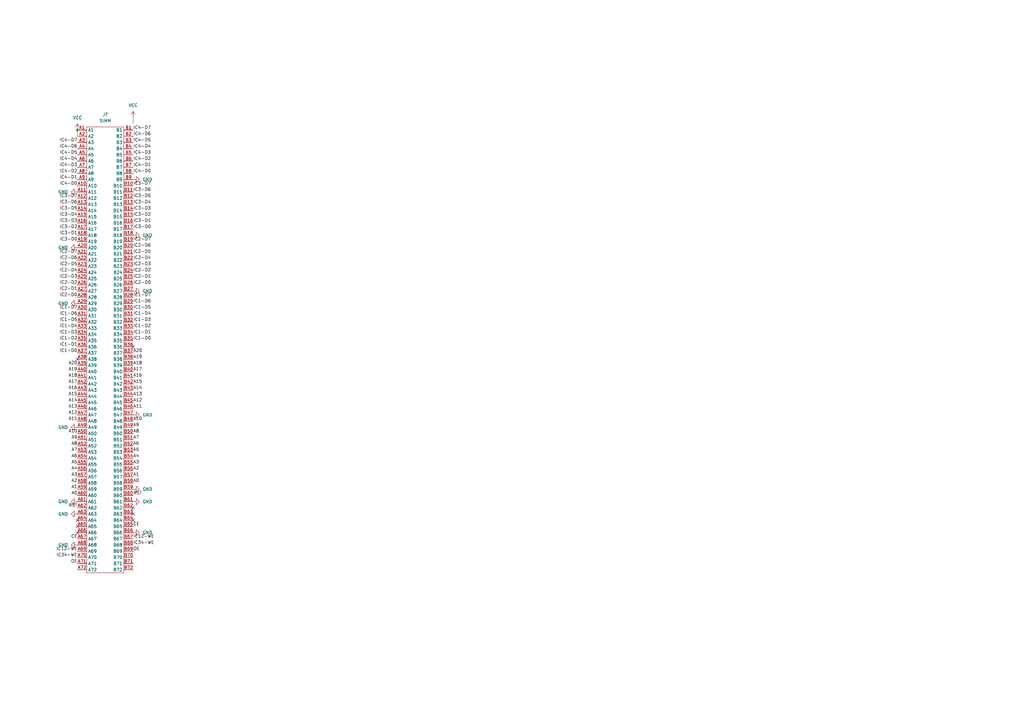
<source format=kicad_sch>
(kicad_sch (version 20211123) (generator eeschema)
  (paper "A3")
  (lib_symbols
    (symbol "CPS3:SIMM"
      (property "Reference" "J" (at 0 93.98 0))
      (property "Value" "SIMM" (at 0 91.44 0))
      (symbol "SIMM_0_1"
        (rectangle (start -7.62 88.9) (end 7.62 -93.98))
      )
      (symbol "SIMM_1_1"
        (pin input line (at -11.43 87.63 0) (length 3.81) (name "A1") (number "A1"))
        (pin input line (at -11.43 64.77 0) (length 3.81) (name "A10") (number "A10"))
        (pin input line (at -11.43 62.23 0) (length 3.81) (name "A11") (number "A11"))
        (pin input line (at -11.43 59.69 0) (length 3.81) (name "A12") (number "A12"))
        (pin input line (at -11.43 57.15 0) (length 3.81) (name "A13") (number "A13"))
        (pin input line (at -11.43 54.61 0) (length 3.81) (name "A14") (number "A14"))
        (pin input line (at -11.43 52.07 0) (length 3.81) (name "A15") (number "A15"))
        (pin input line (at -11.43 49.53 0) (length 3.81) (name "A16") (number "A16"))
        (pin input line (at -11.43 46.99 0) (length 3.81) (name "A17") (number "A17"))
        (pin input line (at -11.43 44.45 0) (length 3.81) (name "A18") (number "A18"))
        (pin input line (at -11.43 41.91 0) (length 3.81) (name "A19") (number "A19"))
        (pin input line (at -11.43 85.09 0) (length 3.81) (name "A2") (number "A2"))
        (pin input line (at -11.43 39.37 0) (length 3.81) (name "A20") (number "A20"))
        (pin input line (at -11.43 36.83 0) (length 3.81) (name "A21") (number "A21"))
        (pin input line (at -11.43 34.29 0) (length 3.81) (name "A22") (number "A22"))
        (pin input line (at -11.43 31.75 0) (length 3.81) (name "A23") (number "A23"))
        (pin input line (at -11.43 29.21 0) (length 3.81) (name "A24") (number "A24"))
        (pin input line (at -11.43 26.67 0) (length 3.81) (name "A25") (number "A25"))
        (pin input line (at -11.43 24.13 0) (length 3.81) (name "A26") (number "A26"))
        (pin input line (at -11.43 21.59 0) (length 3.81) (name "A27") (number "A27"))
        (pin input line (at -11.43 19.05 0) (length 3.81) (name "A28") (number "A28"))
        (pin input line (at -11.43 16.51 0) (length 3.81) (name "A29") (number "A29"))
        (pin input line (at -11.43 82.55 0) (length 3.81) (name "A3") (number "A3"))
        (pin input line (at -11.43 13.97 0) (length 3.81) (name "A30") (number "A30"))
        (pin input line (at -11.43 11.43 0) (length 3.81) (name "A31") (number "A31"))
        (pin input line (at -11.43 8.89 0) (length 3.81) (name "A32") (number "A32"))
        (pin input line (at -11.43 6.35 0) (length 3.81) (name "A33") (number "A33"))
        (pin input line (at -11.43 3.81 0) (length 3.81) (name "A34") (number "A34"))
        (pin input line (at -11.43 1.27 0) (length 3.81) (name "A35") (number "A35"))
        (pin input line (at -11.43 -1.27 0) (length 3.81) (name "A36") (number "A36"))
        (pin input line (at -11.43 -3.81 0) (length 3.81) (name "A37") (number "A37"))
        (pin input line (at -11.43 -6.35 0) (length 3.81) (name "A38") (number "A38"))
        (pin input line (at -11.43 -8.89 0) (length 3.81) (name "A39") (number "A39"))
        (pin input line (at -11.43 80.01 0) (length 3.81) (name "A4") (number "A4"))
        (pin input line (at -11.43 -11.43 0) (length 3.81) (name "A40") (number "A40"))
        (pin input line (at -11.43 -13.97 0) (length 3.81) (name "A41") (number "A41"))
        (pin input line (at -11.43 -16.51 0) (length 3.81) (name "A42") (number "A42"))
        (pin input line (at -11.43 -19.05 0) (length 3.81) (name "A43") (number "A43"))
        (pin input line (at -11.43 -21.59 0) (length 3.81) (name "A44") (number "A44"))
        (pin input line (at -11.43 -24.13 0) (length 3.81) (name "A45") (number "A45"))
        (pin input line (at -11.43 -26.67 0) (length 3.81) (name "A46") (number "A46"))
        (pin input line (at -11.43 -29.21 0) (length 3.81) (name "A47") (number "A47"))
        (pin input line (at -11.43 -31.75 0) (length 3.81) (name "A48") (number "A48"))
        (pin input line (at -11.43 -34.29 0) (length 3.81) (name "A49") (number "A49"))
        (pin input line (at -11.43 77.47 0) (length 3.81) (name "A5") (number "A5"))
        (pin input line (at -11.43 -36.83 0) (length 3.81) (name "A50") (number "A50"))
        (pin input line (at -11.43 -39.37 0) (length 3.81) (name "A51") (number "A51"))
        (pin input line (at -11.43 -41.91 0) (length 3.81) (name "A52") (number "A52"))
        (pin input line (at -11.43 -44.45 0) (length 3.81) (name "A53") (number "A53"))
        (pin input line (at -11.43 -46.99 0) (length 3.81) (name "A54") (number "A54"))
        (pin input line (at -11.43 -49.53 0) (length 3.81) (name "A55") (number "A55"))
        (pin input line (at -11.43 -52.07 0) (length 3.81) (name "A56") (number "A56"))
        (pin input line (at -11.43 -54.61 0) (length 3.81) (name "A57") (number "A57"))
        (pin input line (at -11.43 -57.15 0) (length 3.81) (name "A58") (number "A58"))
        (pin input line (at -11.43 -59.69 0) (length 3.81) (name "A59") (number "A59"))
        (pin input line (at -11.43 74.93 0) (length 3.81) (name "A6") (number "A6"))
        (pin input line (at -11.43 -62.23 0) (length 3.81) (name "A60") (number "A60"))
        (pin input line (at -11.43 -64.77 0) (length 3.81) (name "A61") (number "A61"))
        (pin input line (at -11.43 -67.31 0) (length 3.81) (name "A62") (number "A62"))
        (pin input line (at -11.43 -69.85 0) (length 3.81) (name "A63") (number "A63"))
        (pin input line (at -11.43 -72.39 0) (length 3.81) (name "A64") (number "A64"))
        (pin input line (at -11.43 -74.93 0) (length 3.81) (name "A65") (number "A65"))
        (pin input line (at -11.43 -77.47 0) (length 3.81) (name "A66") (number "A66"))
        (pin input line (at -11.43 -80.01 0) (length 3.81) (name "A67") (number "A67"))
        (pin input line (at -11.43 -82.55 0) (length 3.81) (name "A68") (number "A68"))
        (pin input line (at -11.43 -85.09 0) (length 3.81) (name "A69") (number "A69"))
        (pin input line (at -11.43 72.39 0) (length 3.81) (name "A7") (number "A7"))
        (pin input line (at -11.43 -87.63 0) (length 3.81) (name "A70") (number "A70"))
        (pin input line (at -11.43 -90.17 0) (length 3.81) (name "A71") (number "A71"))
        (pin input line (at -11.43 -92.71 0) (length 3.81) (name "A72") (number "A72"))
        (pin input line (at -11.43 69.85 0) (length 3.81) (name "A8") (number "A8"))
        (pin input line (at -11.43 67.31 0) (length 3.81) (name "A9") (number "A9"))
        (pin input line (at 11.43 87.63 180) (length 3.81) (name "B1") (number "B1"))
        (pin input line (at 11.43 64.77 180) (length 3.81) (name "B10") (number "B10"))
        (pin input line (at 11.43 62.23 180) (length 3.81) (name "B11") (number "B11"))
        (pin input line (at 11.43 59.69 180) (length 3.81) (name "B12") (number "B12"))
        (pin input line (at 11.43 57.15 180) (length 3.81) (name "B13") (number "B13"))
        (pin input line (at 11.43 54.61 180) (length 3.81) (name "B14") (number "B14"))
        (pin input line (at 11.43 52.07 180) (length 3.81) (name "B15") (number "B15"))
        (pin input line (at 11.43 49.53 180) (length 3.81) (name "B16") (number "B16"))
        (pin input line (at 11.43 46.99 180) (length 3.81) (name "B17") (number "B17"))
        (pin input line (at 11.43 44.45 180) (length 3.81) (name "B18") (number "B18"))
        (pin input line (at 11.43 41.91 180) (length 3.81) (name "B19") (number "B19"))
        (pin input line (at 11.43 85.09 180) (length 3.81) (name "B2") (number "B2"))
        (pin input line (at 11.43 39.37 180) (length 3.81) (name "B20") (number "B20"))
        (pin input line (at 11.43 36.83 180) (length 3.81) (name "B21") (number "B21"))
        (pin input line (at 11.43 34.29 180) (length 3.81) (name "B22") (number "B22"))
        (pin input line (at 11.43 31.75 180) (length 3.81) (name "B23") (number "B23"))
        (pin input line (at 11.43 29.21 180) (length 3.81) (name "B24") (number "B24"))
        (pin input line (at 11.43 26.67 180) (length 3.81) (name "B25") (number "B25"))
        (pin input line (at 11.43 24.13 180) (length 3.81) (name "B26") (number "B26"))
        (pin input line (at 11.43 21.59 180) (length 3.81) (name "B27") (number "B27"))
        (pin input line (at 11.43 19.05 180) (length 3.81) (name "B28") (number "B28"))
        (pin input line (at 11.43 16.51 180) (length 3.81) (name "B29") (number "B29"))
        (pin input line (at 11.43 82.55 180) (length 3.81) (name "B3") (number "B3"))
        (pin input line (at 11.43 13.97 180) (length 3.81) (name "B30") (number "B30"))
        (pin input line (at 11.43 11.43 180) (length 3.81) (name "B31") (number "B31"))
        (pin input line (at 11.43 8.89 180) (length 3.81) (name "B32") (number "B32"))
        (pin input line (at 11.43 6.35 180) (length 3.81) (name "B33") (number "B33"))
        (pin input line (at 11.43 3.81 180) (length 3.81) (name "B34") (number "B34"))
        (pin input line (at 11.43 1.27 180) (length 3.81) (name "B35") (number "B35"))
        (pin input line (at 11.43 -1.27 180) (length 3.81) (name "B36") (number "B36"))
        (pin input line (at 11.43 -3.81 180) (length 3.81) (name "B37") (number "B37"))
        (pin input line (at 11.43 -6.35 180) (length 3.81) (name "B38") (number "B38"))
        (pin input line (at 11.43 -8.89 180) (length 3.81) (name "B39") (number "B39"))
        (pin input line (at 11.43 80.01 180) (length 3.81) (name "B4") (number "B4"))
        (pin input line (at 11.43 -11.43 180) (length 3.81) (name "B40") (number "B40"))
        (pin input line (at 11.43 -13.97 180) (length 3.81) (name "B41") (number "B41"))
        (pin input line (at 11.43 -16.51 180) (length 3.81) (name "B42") (number "B42"))
        (pin input line (at 11.43 -19.05 180) (length 3.81) (name "B43") (number "B43"))
        (pin input line (at 11.43 -21.59 180) (length 3.81) (name "B44") (number "B44"))
        (pin input line (at 11.43 -24.13 180) (length 3.81) (name "B45") (number "B45"))
        (pin input line (at 11.43 -26.67 180) (length 3.81) (name "B46") (number "B46"))
        (pin input line (at 11.43 -29.21 180) (length 3.81) (name "B47") (number "B47"))
        (pin input line (at 11.43 -31.75 180) (length 3.81) (name "B48") (number "B48"))
        (pin input line (at 11.43 -34.29 180) (length 3.81) (name "B49") (number "B49"))
        (pin input line (at 11.43 77.47 180) (length 3.81) (name "B5") (number "B5"))
        (pin input line (at 11.43 -36.83 180) (length 3.81) (name "B50") (number "B50"))
        (pin input line (at 11.43 -39.37 180) (length 3.81) (name "B51") (number "B51"))
        (pin input line (at 11.43 -41.91 180) (length 3.81) (name "B52") (number "B52"))
        (pin input line (at 11.43 -44.45 180) (length 3.81) (name "B53") (number "B53"))
        (pin input line (at 11.43 -46.99 180) (length 3.81) (name "B54") (number "B54"))
        (pin input line (at 11.43 -49.53 180) (length 3.81) (name "B55") (number "B55"))
        (pin input line (at 11.43 -52.07 180) (length 3.81) (name "B56") (number "B56"))
        (pin input line (at 11.43 -54.61 180) (length 3.81) (name "B57") (number "B57"))
        (pin input line (at 11.43 -57.15 180) (length 3.81) (name "B58") (number "B58"))
        (pin input line (at 11.43 -59.69 180) (length 3.81) (name "B59") (number "B59"))
        (pin input line (at 11.43 74.93 180) (length 3.81) (name "B6") (number "B6"))
        (pin input line (at 11.43 -62.23 180) (length 3.81) (name "B60") (number "B60"))
        (pin input line (at 11.43 -64.77 180) (length 3.81) (name "B61") (number "B61"))
        (pin input line (at 11.43 -67.31 180) (length 3.81) (name "B62") (number "B62"))
        (pin input line (at 11.43 -69.85 180) (length 3.81) (name "B63") (number "B63"))
        (pin input line (at 11.43 -72.39 180) (length 3.81) (name "B64") (number "B64"))
        (pin input line (at 11.43 -74.93 180) (length 3.81) (name "B65") (number "B65"))
        (pin input line (at 11.43 -77.47 180) (length 3.81) (name "B66") (number "B66"))
        (pin input line (at 11.43 -80.01 180) (length 3.81) (name "B67") (number "B67"))
        (pin input line (at 11.43 -82.55 180) (length 3.81) (name "B68") (number "B68"))
        (pin input line (at 11.43 -85.09 180) (length 3.81) (name "B69") (number "B69"))
        (pin input line (at 11.43 72.39 180) (length 3.81) (name "B7") (number "B7"))
        (pin input line (at 11.43 -87.63 180) (length 3.81) (name "B70") (number "B70"))
        (pin input line (at 11.43 -90.17 180) (length 3.81) (name "B71") (number "B71"))
        (pin input line (at 11.43 -92.71 180) (length 3.81) (name "B72") (number "B72"))
        (pin input line (at 11.43 69.85 180) (length 3.81) (name "B8") (number "B8"))
        (pin input line (at 11.43 67.31 180) (length 3.81) (name "B9") (number "B9"))
      )
    )
    (symbol "power:GND" (power) (pin_names (offset 0))
      (property "Value" "GND" (at 0 -3.81 0))
      (symbol "GND_0_1"
        (polyline (pts (xy 0 0) (xy 0 -1.27) (xy 1.27 -1.27) (xy 0 -2.54) (xy -1.27 -1.27) (xy 0 -1.27)))
      )
      (symbol "GND_1_1"
        (pin power_in line (at 0 0 270) (length 0) hide (name "GND") (number "1"))
      )
    )
    (symbol "power:VCC" (power) (pin_names (offset 0))
      (property "Value" "VCC" (at 0 3.81 0))
      (symbol "VCC_0_1"
        (polyline (pts (xy -0.762 1.27) (xy 0 2.54)))
        (polyline (pts (xy 0 0) (xy 0 2.54)))
        (polyline (pts (xy 0 2.54) (xy 0.762 1.27)))
      )
      (symbol "VCC_1_1"
        (pin power_in line (at 0 0 90) (length 0) hide (name "VCC") (number "1"))
      )
    )
  )
  (junction (at 31.75 53.34))
  (no_connect (at 54.61 208.28))
  (no_connect (at 31.75 147.32))
  (no_connect (at 54.61 213.36))
  (no_connect (at 31.75 213.36))
  (no_connect (at 31.75 215.9))
  (no_connect (at 31.75 218.44))
  (no_connect (at 54.61 210.82))
  (no_connect (at 54.61 142.24))
  (wire (pts (xy 54.61 48.26) (xy 54.61 50.8)))
  (wire (pts (xy 31.75 53.34) (xy 31.75 55.88)))
  (label "IC1-D2" (at 54.61 134.62 0))
  (label "IC4-D4" (at 31.75 66.04 180))
  (label "IC4-D2" (at 31.75 71.12 180))
  (label "A14" (at 54.61 160.02 0))
  (label "A3" (at 31.75 195.58 180))
  (label "A20" (at 31.75 149.86 180))
  (label "IC2-D0" (at 31.75 121.92 180))
  (label "IC1-D0" (at 31.75 144.78 180))
  (label "IC4-D0" (at 54.61 71.12 0))
  (label "IC4-D6" (at 54.61 55.88 0))
  (label "A8" (at 54.61 177.8 0))
  (label "A18" (at 54.61 149.86 0))
  (label "IC4-D5" (at 31.75 63.5 180))
  (label "IC2-D4" (at 54.61 106.68 0))
  (label "A9" (at 31.75 180.34 180))
  (label "IC1-D4" (at 31.75 134.62 180))
  (label "IC2-D4" (at 31.75 111.76 180))
  (label "A19" (at 31.75 152.4 180))
  (label "IC2-D7" (at 54.61 99.06 0))
  (label "A7" (at 31.75 185.42 180))
  (label "IC1-D6" (at 31.75 129.54 180))
  (label "IC3-D7" (at 31.75 81.28 180))
  (label "A0" (at 31.75 203.2 180))
  (label "IC2-D5" (at 31.75 109.22 180))
  (label "IC3-D6" (at 54.61 78.74 0))
  (label "CE" (at 31.75 220.98 180))
  (label "IC2-D2" (at 54.61 111.76 0))
  (label "OE" (at 31.75 231.14 180))
  (label "IC2-D5" (at 54.61 104.14 0))
  (label "IC3-D6" (at 31.75 83.82 180))
  (label "IC1-D0" (at 54.61 139.7 0))
  (label "A7" (at 54.61 180.34 0))
  (label "A16" (at 31.75 160.02 180))
  (label "IC4-D4" (at 54.61 60.96 0))
  (label "A15" (at 31.75 162.56 180))
  (label "A10" (at 31.75 177.8 180))
  (label "A16" (at 54.61 154.94 0))
  (label "A11" (at 54.61 167.64 0))
  (label "A19" (at 54.61 147.32 0))
  (label "IC3-D7" (at 54.61 76.2 0))
  (label "IC4-D1" (at 31.75 73.66 180))
  (label "IC2-D0" (at 54.61 116.84 0))
  (label "IC2-D3" (at 54.61 109.22 0))
  (label "IC2-D1" (at 31.75 119.38 180))
  (label "IC34-WE" (at 54.61 223.52 0))
  (label "IC1-D7" (at 31.75 127 180))
  (label "IC12-WE" (at 54.61 220.98 0))
  (label "IC1-D5" (at 31.75 132.08 180))
  (label "A17" (at 54.61 152.4 0))
  (label "IC1-D2" (at 31.75 139.7 180))
  (label "IC1-D1" (at 54.61 137.16 0))
  (label "IC4-D7" (at 31.75 58.42 180))
  (label "A10" (at 54.61 172.72 0))
  (label "A6" (at 31.75 187.96 180))
  (label "A11" (at 31.75 172.72 180))
  (label "IC4-D0" (at 31.75 76.2 180))
  (label "A8" (at 31.75 182.88 180))
  (label "IC1-D4" (at 54.61 129.54 0))
  (label "A1" (at 31.75 200.66 180))
  (label "IC4-D3" (at 54.61 63.5 0))
  (label "A12" (at 31.75 170.18 180))
  (label "IC4-D2" (at 54.61 66.04 0))
  (label "A6" (at 54.61 182.88 0))
  (label "RST" (at 31.75 208.28 180))
  (label "A9" (at 54.61 175.26 0))
  (label "IC1-D3" (at 54.61 132.08 0))
  (label "OE" (at 54.61 226.06 0))
  (label "IC2-D7" (at 31.75 104.14 180))
  (label "IC1-D7" (at 54.61 121.92 0))
  (label "IC4-D7" (at 54.61 53.34 0))
  (label "A13" (at 54.61 162.56 0))
  (label "A4" (at 31.75 193.04 180))
  (label "IC1-D3" (at 31.75 137.16 180))
  (label "IC4-D1" (at 54.61 68.58 0))
  (label "IC34-WE" (at 31.75 228.6 180))
  (label "A20" (at 54.61 144.78 0))
  (label "A18" (at 31.75 154.94 180))
  (label "A3" (at 54.61 190.5 0))
  (label "A2" (at 54.61 193.04 0))
  (label "IC3-D2" (at 31.75 93.98 180))
  (label "A12" (at 54.61 165.1 0))
  (label "IC4-D6" (at 31.75 60.96 180))
  (label "A14" (at 31.75 165.1 180))
  (label "A2" (at 31.75 198.12 180))
  (label "IC3-D0" (at 31.75 99.06 180))
  (label "A17" (at 31.75 157.48 180))
  (label "IC4-D5" (at 54.61 58.42 0))
  (label "CE" (at 54.61 215.9 0))
  (label "A5" (at 54.61 185.42 0))
  (label "IC3-D3" (at 54.61 86.36 0))
  (label "A1" (at 54.61 195.58 0))
  (label "IC3-D3" (at 31.75 91.44 180))
  (label "A5" (at 31.75 190.5 180))
  (label "IC2-D6" (at 54.61 101.6 0))
  (label "IC3-D1" (at 31.75 96.52 180))
  (label "IC3-D1" (at 54.61 91.44 0))
  (label "A13" (at 31.75 167.64 180))
  (label "A15" (at 54.61 157.48 0))
  (label "IC3-D4" (at 54.61 83.82 0))
  (label "IC4-D3" (at 31.75 68.58 180))
  (label "A4" (at 54.61 187.96 0))
  (label "IC12-WE" (at 31.75 226.06 180))
  (label "IC3-D2" (at 54.61 88.9 0))
  (label "IC3-D5" (at 54.61 81.28 0))
  (label "IC2-D1" (at 54.61 114.3 0))
  (label "IC2-D3" (at 31.75 114.3 180))
  (label "IC1-D5" (at 54.61 127 0))
  (label "IC3-D4" (at 31.75 88.9 180))
  (label "IC3-D5" (at 31.75 86.36 180))
  (label "IC1-D1" (at 31.75 142.24 180))
  (label "IC2-D6" (at 31.75 106.68 180))
  (label "IC1-D6" (at 54.61 124.46 0))
  (label "IC3-D0" (at 54.61 93.98 0))
  (label "A0" (at 54.61 198.12 0))
  (label "IC2-D2" (at 31.75 116.84 180))
  (label "RST" (at 54.61 203.2 0))
  (symbol (lib_id "power:GND") (at 31.75 101.6 270) (unit 1)
    (property "Reference" "#PWR?" (effects hide))
    (property "Value" "GND" (at 27.94 101.5999 90) (effects (justify right)))
  )
  (symbol (lib_id "power:GND") (at 54.61 205.74 90) (mirror x) (unit 1)
    (property "Reference" "#PWR?" (effects hide))
    (property "Value" "GND" (at 58.42 205.7399 90) (effects (justify right)))
  )
  (symbol (lib_id "power:GND") (at 54.61 119.38 90) (mirror x) (unit 1)
    (property "Reference" "#PWR?" (effects hide))
    (property "Value" "GND" (at 58.42 119.3799 90) (effects (justify right)))
  )
  (symbol (lib_id "power:GND") (at 54.61 170.18 90) (mirror x) (unit 1)
    (property "Reference" "#PWR?" (effects hide))
    (property "Value" "GND" (at 58.42 170.1799 90) (effects (justify right)))
  )
  (symbol (lib_id "power:GND") (at 54.61 200.66 90) (mirror x) (unit 1)
    (property "Reference" "#PWR?" (effects hide))
    (property "Value" "GND" (at 58.42 200.6599 90) (effects (justify right)))
  )
  (symbol (lib_id "power:GND") (at 31.75 205.74 270) (unit 1)
    (property "Reference" "#PWR?" (effects hide))
    (property "Value" "GND" (at 27.94 205.7399 90) (effects (justify right)))
  )
  (symbol (lib_id "power:GND") (at 54.61 218.44 90) (mirror x) (unit 1)
    (property "Reference" "#PWR?" (effects hide))
    (property "Value" "GND" (at 58.42 218.4399 90) (effects (justify right)))
  )
  (symbol (lib_id "power:GND") (at 31.75 124.46 270) (unit 1)
    (property "Reference" "#PWR?" (effects hide))
    (property "Value" "GND" (at 27.94 124.4599 90) (effects (justify right)))
  )
  (symbol (lib_id "power:GND") (at 54.61 73.66 90) (mirror x) (unit 1)
    (property "Reference" "#PWR?" (effects hide))
    (property "Value" "GND" (at 58.42 73.6599 90) (effects (justify right)))
  )
  (symbol (lib_id "power:GND") (at 31.75 78.74 270) (unit 1)
    (property "Reference" "#PWR?" (effects hide))
    (property "Value" "GND" (at 27.94 78.7399 90) (effects (justify right)))
  )
  (symbol (lib_id "power:GND") (at 31.75 210.82 270) (unit 1)
    (property "Reference" "#PWR?" (effects hide))
    (property "Value" "GND" (at 27.94 210.8199 90) (effects (justify right)))
  )
  (symbol (lib_id "power:GND") (at 54.61 96.52 90) (mirror x) (unit 1)
    (property "Reference" "#PWR?" (effects hide))
    (property "Value" "GND" (at 58.42 96.5199 90) (effects (justify right)))
  )
  (symbol (lib_id "power:VCC") (at 31.75 53.34 0) (unit 1)
    (property "Reference" "#PWR?" (effects hide))
    (property "Value" "VCC" (at 31.75 48.26 0))
  )
  (symbol (lib_id "power:GND") (at 31.75 175.26 270) (unit 1)
    (property "Reference" "#PWR?" (effects hide))
    (property "Value" "GND" (at 27.94 175.2599 90) (effects (justify right)))
  )
  (symbol (lib_id "CPS3:SIMM") (at 43.18 140.97 0) (unit 1)
    (property "Reference" "J?" (at 43.18 46.99 0))
    (property "Value" "SIMM" (at 43.18 49.53 0))
  )
  (symbol (lib_id "power:GND") (at 31.75 223.52 270) (unit 1)
    (property "Reference" "#PWR?" (effects hide))
    (property "Value" "GND" (at 27.94 223.5199 90) (effects (justify right)))
  )
  (symbol (lib_id "power:VCC") (at 54.61 48.26 0) (mirror y) (unit 1)
    (property "Reference" "#PWR?" (effects hide))
    (property "Value" "VCC" (at 54.61 43.18 0))
  )
)
</source>
